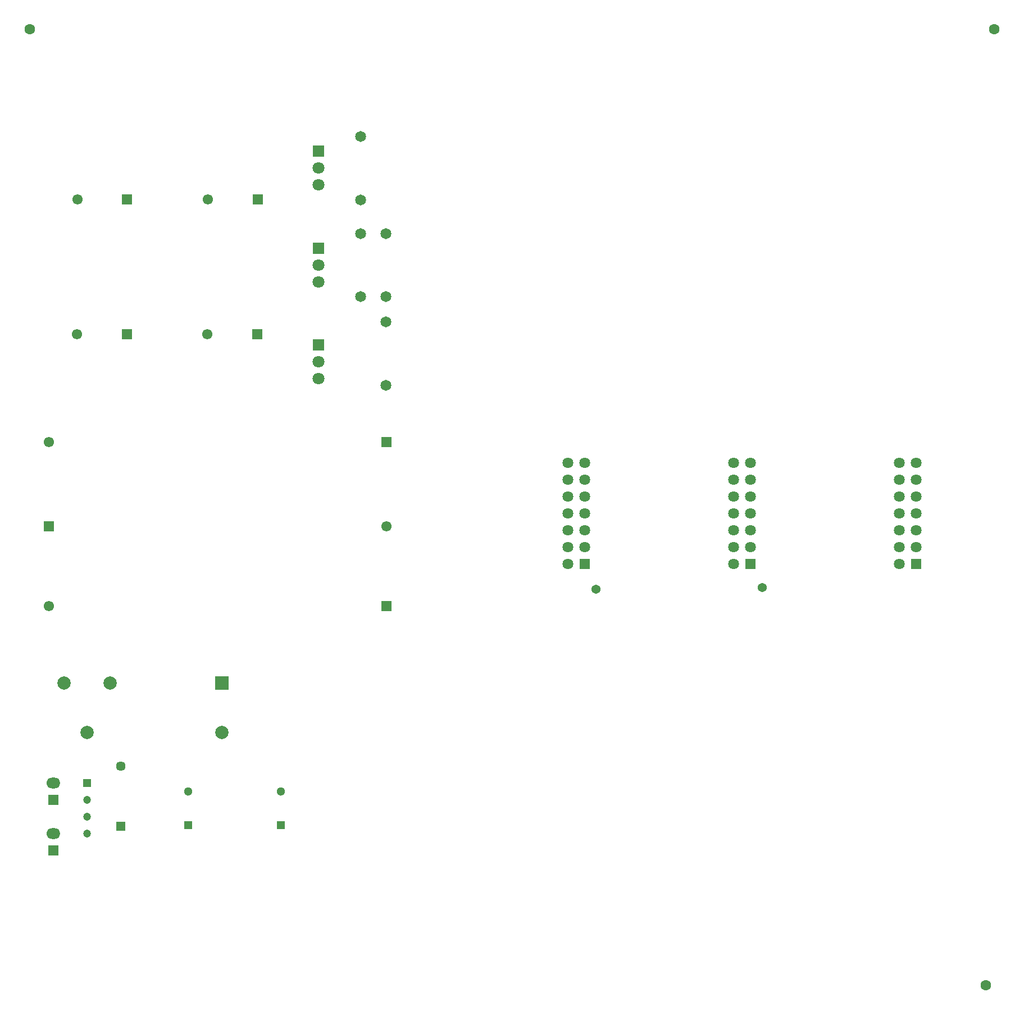
<source format=gbs>
G04*
G04 #@! TF.GenerationSoftware,Altium Limited,Altium Designer,20.0.14 (345)*
G04*
G04 Layer_Color=16711935*
%FSLAX25Y25*%
%MOIN*%
G70*
G01*
G75*
%ADD16C,0.05118*%
%ADD17R,0.05118X0.05118*%
%ADD18C,0.06102*%
%ADD19R,0.06102X0.06102*%
%ADD20C,0.06502*%
%ADD21C,0.07874*%
%ADD22R,0.07874X0.07874*%
%ADD23C,0.05715*%
%ADD24R,0.05715X0.05715*%
%ADD25C,0.04724*%
%ADD26R,0.04724X0.04724*%
%ADD27C,0.06424*%
%ADD28R,0.06424X0.06424*%
%ADD30O,0.08274X0.06337*%
%ADD31C,0.07093*%
%ADD32R,0.07093X0.07093*%
%ADD33C,0.05400*%
%ADD34C,0.06306*%
%ADD50R,0.06109X0.06109*%
D16*
X156500Y130000D02*
D03*
X101500D02*
D03*
D17*
X156500Y110315D02*
D03*
X101500D02*
D03*
D18*
X113016Y401614D02*
D03*
X113252Y481614D02*
D03*
X35516Y401614D02*
D03*
X35752Y481614D02*
D03*
X18953Y240000D02*
D03*
X219047Y287500D02*
D03*
X18953Y337500D02*
D03*
D19*
X142543Y401614D02*
D03*
X142780Y481614D02*
D03*
X65043Y401614D02*
D03*
X65280Y481614D02*
D03*
X219047Y240000D02*
D03*
X18953Y287500D02*
D03*
X219047Y337500D02*
D03*
D20*
X204000Y518780D02*
D03*
Y481220D02*
D03*
X219000Y408779D02*
D03*
Y371220D02*
D03*
Y461279D02*
D03*
Y423721D02*
D03*
X204000D02*
D03*
Y461279D02*
D03*
D21*
X27799Y194528D02*
D03*
X55358D02*
D03*
X41579Y165000D02*
D03*
X121500D02*
D03*
D22*
Y194528D02*
D03*
D23*
X61500Y145000D02*
D03*
D24*
Y109567D02*
D03*
D25*
X41500Y105000D02*
D03*
Y115000D02*
D03*
Y125000D02*
D03*
D26*
Y135000D02*
D03*
D27*
X533622Y325276D02*
D03*
Y315276D02*
D03*
Y305276D02*
D03*
Y275276D02*
D03*
Y285276D02*
D03*
Y295276D02*
D03*
X523622Y325276D02*
D03*
Y315276D02*
D03*
Y305276D02*
D03*
Y265276D02*
D03*
Y275276D02*
D03*
Y285276D02*
D03*
Y295276D02*
D03*
X435197Y325276D02*
D03*
Y315276D02*
D03*
Y305276D02*
D03*
Y275276D02*
D03*
Y285276D02*
D03*
Y295276D02*
D03*
X425197Y325276D02*
D03*
Y315276D02*
D03*
Y305276D02*
D03*
Y265276D02*
D03*
Y275276D02*
D03*
Y285276D02*
D03*
Y295276D02*
D03*
X336772Y325276D02*
D03*
Y315276D02*
D03*
Y305276D02*
D03*
Y275276D02*
D03*
Y285276D02*
D03*
Y295276D02*
D03*
X326772Y325276D02*
D03*
Y315276D02*
D03*
Y305276D02*
D03*
Y265276D02*
D03*
Y275276D02*
D03*
Y285276D02*
D03*
Y295276D02*
D03*
D28*
X533622Y265276D02*
D03*
X435197D02*
D03*
X336772D02*
D03*
D30*
X21500Y135000D02*
D03*
Y105000D02*
D03*
D31*
X179000Y375000D02*
D03*
Y385000D02*
D03*
Y432500D02*
D03*
Y442500D02*
D03*
Y490000D02*
D03*
Y500000D02*
D03*
D32*
Y395000D02*
D03*
Y452500D02*
D03*
Y510000D02*
D03*
D33*
X442126Y251063D02*
D03*
X343583Y250276D02*
D03*
D34*
X575000Y15000D02*
D03*
X580000Y582500D02*
D03*
X7500D02*
D03*
D50*
X21500Y125000D02*
D03*
Y95000D02*
D03*
M02*

</source>
